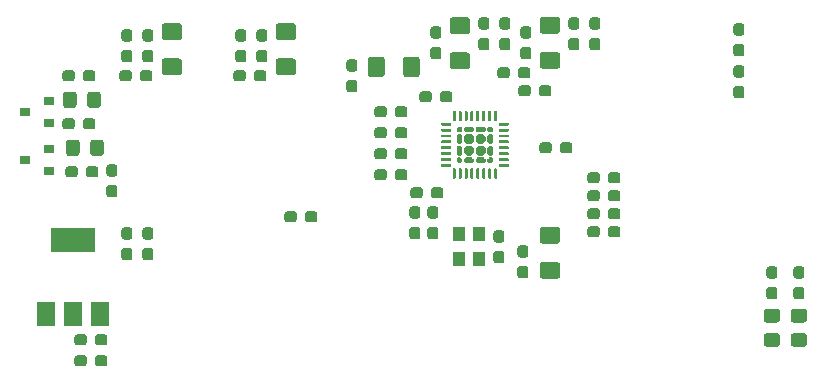
<source format=gtp>
G04 #@! TF.GenerationSoftware,KiCad,Pcbnew,(5.1.9)-1*
G04 #@! TF.CreationDate,2021-12-15T22:13:59+01:00*
G04 #@! TF.ProjectId,AudioCodecModule_WM8960,41756469-6f43-46f6-9465-634d6f64756c,rev?*
G04 #@! TF.SameCoordinates,Original*
G04 #@! TF.FileFunction,Paste,Top*
G04 #@! TF.FilePolarity,Positive*
%FSLAX46Y46*%
G04 Gerber Fmt 4.6, Leading zero omitted, Abs format (unit mm)*
G04 Created by KiCad (PCBNEW (5.1.9)-1) date 2021-12-15 22:13:59*
%MOMM*%
%LPD*%
G01*
G04 APERTURE LIST*
%ADD10R,1.100000X1.300000*%
%ADD11C,0.100000*%
%ADD12R,0.900000X0.800000*%
%ADD13R,1.500000X2.000000*%
%ADD14R,3.800000X2.000000*%
G04 APERTURE END LIST*
G36*
G01*
X185262000Y-74151500D02*
X185262000Y-73676500D01*
G75*
G02*
X185499500Y-73439000I237500J0D01*
G01*
X186074500Y-73439000D01*
G75*
G02*
X186312000Y-73676500I0J-237500D01*
G01*
X186312000Y-74151500D01*
G75*
G02*
X186074500Y-74389000I-237500J0D01*
G01*
X185499500Y-74389000D01*
G75*
G02*
X185262000Y-74151500I0J237500D01*
G01*
G37*
G36*
G01*
X183512000Y-74151500D02*
X183512000Y-73676500D01*
G75*
G02*
X183749500Y-73439000I237500J0D01*
G01*
X184324500Y-73439000D01*
G75*
G02*
X184562000Y-73676500I0J-237500D01*
G01*
X184562000Y-74151500D01*
G75*
G02*
X184324500Y-74389000I-237500J0D01*
G01*
X183749500Y-74389000D01*
G75*
G02*
X183512000Y-74151500I0J237500D01*
G01*
G37*
G36*
G01*
X187040000Y-75675500D02*
X187040000Y-75200500D01*
G75*
G02*
X187277500Y-74963000I237500J0D01*
G01*
X187852500Y-74963000D01*
G75*
G02*
X188090000Y-75200500I0J-237500D01*
G01*
X188090000Y-75675500D01*
G75*
G02*
X187852500Y-75913000I-237500J0D01*
G01*
X187277500Y-75913000D01*
G75*
G02*
X187040000Y-75675500I0J237500D01*
G01*
G37*
G36*
G01*
X185290000Y-75675500D02*
X185290000Y-75200500D01*
G75*
G02*
X185527500Y-74963000I237500J0D01*
G01*
X186102500Y-74963000D01*
G75*
G02*
X186340000Y-75200500I0J-237500D01*
G01*
X186340000Y-75675500D01*
G75*
G02*
X186102500Y-75913000I-237500J0D01*
G01*
X185527500Y-75913000D01*
G75*
G02*
X185290000Y-75675500I0J237500D01*
G01*
G37*
G36*
G01*
X192882000Y-84565500D02*
X192882000Y-84090500D01*
G75*
G02*
X193119500Y-83853000I237500J0D01*
G01*
X193694500Y-83853000D01*
G75*
G02*
X193932000Y-84090500I0J-237500D01*
G01*
X193932000Y-84565500D01*
G75*
G02*
X193694500Y-84803000I-237500J0D01*
G01*
X193119500Y-84803000D01*
G75*
G02*
X192882000Y-84565500I0J237500D01*
G01*
G37*
G36*
G01*
X191132000Y-84565500D02*
X191132000Y-84090500D01*
G75*
G02*
X191369500Y-83853000I237500J0D01*
G01*
X191944500Y-83853000D01*
G75*
G02*
X192182000Y-84090500I0J-237500D01*
G01*
X192182000Y-84565500D01*
G75*
G02*
X191944500Y-84803000I-237500J0D01*
G01*
X191369500Y-84803000D01*
G75*
G02*
X191132000Y-84565500I0J237500D01*
G01*
G37*
G36*
G01*
X192882000Y-87613500D02*
X192882000Y-87138500D01*
G75*
G02*
X193119500Y-86901000I237500J0D01*
G01*
X193694500Y-86901000D01*
G75*
G02*
X193932000Y-87138500I0J-237500D01*
G01*
X193932000Y-87613500D01*
G75*
G02*
X193694500Y-87851000I-237500J0D01*
G01*
X193119500Y-87851000D01*
G75*
G02*
X192882000Y-87613500I0J237500D01*
G01*
G37*
G36*
G01*
X191132000Y-87613500D02*
X191132000Y-87138500D01*
G75*
G02*
X191369500Y-86901000I237500J0D01*
G01*
X191944500Y-86901000D01*
G75*
G02*
X192182000Y-87138500I0J-237500D01*
G01*
X192182000Y-87613500D01*
G75*
G02*
X191944500Y-87851000I-237500J0D01*
G01*
X191369500Y-87851000D01*
G75*
G02*
X191132000Y-87613500I0J237500D01*
G01*
G37*
G36*
G01*
X192882000Y-86089500D02*
X192882000Y-85614500D01*
G75*
G02*
X193119500Y-85377000I237500J0D01*
G01*
X193694500Y-85377000D01*
G75*
G02*
X193932000Y-85614500I0J-237500D01*
G01*
X193932000Y-86089500D01*
G75*
G02*
X193694500Y-86327000I-237500J0D01*
G01*
X193119500Y-86327000D01*
G75*
G02*
X192882000Y-86089500I0J237500D01*
G01*
G37*
G36*
G01*
X191132000Y-86089500D02*
X191132000Y-85614500D01*
G75*
G02*
X191369500Y-85377000I237500J0D01*
G01*
X191944500Y-85377000D01*
G75*
G02*
X192182000Y-85614500I0J-237500D01*
G01*
X192182000Y-86089500D01*
G75*
G02*
X191944500Y-86327000I-237500J0D01*
G01*
X191369500Y-86327000D01*
G75*
G02*
X191132000Y-86089500I0J237500D01*
G01*
G37*
G36*
G01*
X192882000Y-83041500D02*
X192882000Y-82566500D01*
G75*
G02*
X193119500Y-82329000I237500J0D01*
G01*
X193694500Y-82329000D01*
G75*
G02*
X193932000Y-82566500I0J-237500D01*
G01*
X193932000Y-83041500D01*
G75*
G02*
X193694500Y-83279000I-237500J0D01*
G01*
X193119500Y-83279000D01*
G75*
G02*
X192882000Y-83041500I0J237500D01*
G01*
G37*
G36*
G01*
X191132000Y-83041500D02*
X191132000Y-82566500D01*
G75*
G02*
X191369500Y-82329000I237500J0D01*
G01*
X191944500Y-82329000D01*
G75*
G02*
X192182000Y-82566500I0J-237500D01*
G01*
X192182000Y-83041500D01*
G75*
G02*
X191944500Y-83279000I-237500J0D01*
G01*
X191369500Y-83279000D01*
G75*
G02*
X191132000Y-83041500I0J237500D01*
G01*
G37*
G36*
G01*
X176292500Y-86964000D02*
X176767500Y-86964000D01*
G75*
G02*
X177005000Y-87201500I0J-237500D01*
G01*
X177005000Y-87776500D01*
G75*
G02*
X176767500Y-88014000I-237500J0D01*
G01*
X176292500Y-88014000D01*
G75*
G02*
X176055000Y-87776500I0J237500D01*
G01*
X176055000Y-87201500D01*
G75*
G02*
X176292500Y-86964000I237500J0D01*
G01*
G37*
G36*
G01*
X176292500Y-85214000D02*
X176767500Y-85214000D01*
G75*
G02*
X177005000Y-85451500I0J-237500D01*
G01*
X177005000Y-86026500D01*
G75*
G02*
X176767500Y-86264000I-237500J0D01*
G01*
X176292500Y-86264000D01*
G75*
G02*
X176055000Y-86026500I0J237500D01*
G01*
X176055000Y-85451500D01*
G75*
G02*
X176292500Y-85214000I237500J0D01*
G01*
G37*
G36*
G01*
X183404500Y-88996000D02*
X183879500Y-88996000D01*
G75*
G02*
X184117000Y-89233500I0J-237500D01*
G01*
X184117000Y-89808500D01*
G75*
G02*
X183879500Y-90046000I-237500J0D01*
G01*
X183404500Y-90046000D01*
G75*
G02*
X183167000Y-89808500I0J237500D01*
G01*
X183167000Y-89233500D01*
G75*
G02*
X183404500Y-88996000I237500J0D01*
G01*
G37*
G36*
G01*
X183404500Y-87246000D02*
X183879500Y-87246000D01*
G75*
G02*
X184117000Y-87483500I0J-237500D01*
G01*
X184117000Y-88058500D01*
G75*
G02*
X183879500Y-88296000I-237500J0D01*
G01*
X183404500Y-88296000D01*
G75*
G02*
X183167000Y-88058500I0J237500D01*
G01*
X183167000Y-87483500D01*
G75*
G02*
X183404500Y-87246000I237500J0D01*
G01*
G37*
G36*
G01*
X177816500Y-86964000D02*
X178291500Y-86964000D01*
G75*
G02*
X178529000Y-87201500I0J-237500D01*
G01*
X178529000Y-87776500D01*
G75*
G02*
X178291500Y-88014000I-237500J0D01*
G01*
X177816500Y-88014000D01*
G75*
G02*
X177579000Y-87776500I0J237500D01*
G01*
X177579000Y-87201500D01*
G75*
G02*
X177816500Y-86964000I237500J0D01*
G01*
G37*
G36*
G01*
X177816500Y-85214000D02*
X178291500Y-85214000D01*
G75*
G02*
X178529000Y-85451500I0J-237500D01*
G01*
X178529000Y-86026500D01*
G75*
G02*
X178291500Y-86264000I-237500J0D01*
G01*
X177816500Y-86264000D01*
G75*
G02*
X177579000Y-86026500I0J237500D01*
G01*
X177579000Y-85451500D01*
G75*
G02*
X177816500Y-85214000I237500J0D01*
G01*
G37*
D10*
X180277000Y-89696000D03*
X180277000Y-87596000D03*
X181927000Y-87596000D03*
X181927000Y-89696000D03*
G36*
G01*
X153686500Y-88742000D02*
X154161500Y-88742000D01*
G75*
G02*
X154399000Y-88979500I0J-237500D01*
G01*
X154399000Y-89554500D01*
G75*
G02*
X154161500Y-89792000I-237500J0D01*
G01*
X153686500Y-89792000D01*
G75*
G02*
X153449000Y-89554500I0J237500D01*
G01*
X153449000Y-88979500D01*
G75*
G02*
X153686500Y-88742000I237500J0D01*
G01*
G37*
G36*
G01*
X153686500Y-86992000D02*
X154161500Y-86992000D01*
G75*
G02*
X154399000Y-87229500I0J-237500D01*
G01*
X154399000Y-87804500D01*
G75*
G02*
X154161500Y-88042000I-237500J0D01*
G01*
X153686500Y-88042000D01*
G75*
G02*
X153449000Y-87804500I0J237500D01*
G01*
X153449000Y-87229500D01*
G75*
G02*
X153686500Y-86992000I237500J0D01*
G01*
G37*
G36*
G01*
X151908500Y-88742000D02*
X152383500Y-88742000D01*
G75*
G02*
X152621000Y-88979500I0J-237500D01*
G01*
X152621000Y-89554500D01*
G75*
G02*
X152383500Y-89792000I-237500J0D01*
G01*
X151908500Y-89792000D01*
G75*
G02*
X151671000Y-89554500I0J237500D01*
G01*
X151671000Y-88979500D01*
G75*
G02*
X151908500Y-88742000I237500J0D01*
G01*
G37*
G36*
G01*
X151908500Y-86992000D02*
X152383500Y-86992000D01*
G75*
G02*
X152621000Y-87229500I0J-237500D01*
G01*
X152621000Y-87804500D01*
G75*
G02*
X152383500Y-88042000I-237500J0D01*
G01*
X151908500Y-88042000D01*
G75*
G02*
X151671000Y-87804500I0J237500D01*
G01*
X151671000Y-87229500D01*
G75*
G02*
X151908500Y-86992000I237500J0D01*
G01*
G37*
G36*
G01*
X187335000Y-72149000D02*
X188585000Y-72149000D01*
G75*
G02*
X188835000Y-72399000I0J-250000D01*
G01*
X188835000Y-73324000D01*
G75*
G02*
X188585000Y-73574000I-250000J0D01*
G01*
X187335000Y-73574000D01*
G75*
G02*
X187085000Y-73324000I0J250000D01*
G01*
X187085000Y-72399000D01*
G75*
G02*
X187335000Y-72149000I250000J0D01*
G01*
G37*
G36*
G01*
X187335000Y-69174000D02*
X188585000Y-69174000D01*
G75*
G02*
X188835000Y-69424000I0J-250000D01*
G01*
X188835000Y-70349000D01*
G75*
G02*
X188585000Y-70599000I-250000J0D01*
G01*
X187335000Y-70599000D01*
G75*
G02*
X187085000Y-70349000I0J250000D01*
G01*
X187085000Y-69424000D01*
G75*
G02*
X187335000Y-69174000I250000J0D01*
G01*
G37*
G36*
G01*
X187335000Y-89929000D02*
X188585000Y-89929000D01*
G75*
G02*
X188835000Y-90179000I0J-250000D01*
G01*
X188835000Y-91104000D01*
G75*
G02*
X188585000Y-91354000I-250000J0D01*
G01*
X187335000Y-91354000D01*
G75*
G02*
X187085000Y-91104000I0J250000D01*
G01*
X187085000Y-90179000D01*
G75*
G02*
X187335000Y-89929000I250000J0D01*
G01*
G37*
G36*
G01*
X187335000Y-86954000D02*
X188585000Y-86954000D01*
G75*
G02*
X188835000Y-87204000I0J-250000D01*
G01*
X188835000Y-88129000D01*
G75*
G02*
X188585000Y-88379000I-250000J0D01*
G01*
X187335000Y-88379000D01*
G75*
G02*
X187085000Y-88129000I0J250000D01*
G01*
X187085000Y-87204000D01*
G75*
G02*
X187335000Y-86954000I250000J0D01*
G01*
G37*
G36*
G01*
X170958500Y-74518000D02*
X171433500Y-74518000D01*
G75*
G02*
X171671000Y-74755500I0J-237500D01*
G01*
X171671000Y-75330500D01*
G75*
G02*
X171433500Y-75568000I-237500J0D01*
G01*
X170958500Y-75568000D01*
G75*
G02*
X170721000Y-75330500I0J237500D01*
G01*
X170721000Y-74755500D01*
G75*
G02*
X170958500Y-74518000I237500J0D01*
G01*
G37*
G36*
G01*
X170958500Y-72768000D02*
X171433500Y-72768000D01*
G75*
G02*
X171671000Y-73005500I0J-237500D01*
G01*
X171671000Y-73580500D01*
G75*
G02*
X171433500Y-73818000I-237500J0D01*
G01*
X170958500Y-73818000D01*
G75*
G02*
X170721000Y-73580500I0J237500D01*
G01*
X170721000Y-73005500D01*
G75*
G02*
X170958500Y-72768000I237500J0D01*
G01*
G37*
G36*
G01*
X184387500Y-70262000D02*
X183912500Y-70262000D01*
G75*
G02*
X183675000Y-70024500I0J237500D01*
G01*
X183675000Y-69449500D01*
G75*
G02*
X183912500Y-69212000I237500J0D01*
G01*
X184387500Y-69212000D01*
G75*
G02*
X184625000Y-69449500I0J-237500D01*
G01*
X184625000Y-70024500D01*
G75*
G02*
X184387500Y-70262000I-237500J0D01*
G01*
G37*
G36*
G01*
X184387500Y-72012000D02*
X183912500Y-72012000D01*
G75*
G02*
X183675000Y-71774500I0J237500D01*
G01*
X183675000Y-71199500D01*
G75*
G02*
X183912500Y-70962000I237500J0D01*
G01*
X184387500Y-70962000D01*
G75*
G02*
X184625000Y-71199500I0J-237500D01*
G01*
X184625000Y-71774500D01*
G75*
G02*
X184387500Y-72012000I-237500J0D01*
G01*
G37*
G36*
G01*
X189754500Y-70962000D02*
X190229500Y-70962000D01*
G75*
G02*
X190467000Y-71199500I0J-237500D01*
G01*
X190467000Y-71774500D01*
G75*
G02*
X190229500Y-72012000I-237500J0D01*
G01*
X189754500Y-72012000D01*
G75*
G02*
X189517000Y-71774500I0J237500D01*
G01*
X189517000Y-71199500D01*
G75*
G02*
X189754500Y-70962000I237500J0D01*
G01*
G37*
G36*
G01*
X189754500Y-69212000D02*
X190229500Y-69212000D01*
G75*
G02*
X190467000Y-69449500I0J-237500D01*
G01*
X190467000Y-70024500D01*
G75*
G02*
X190229500Y-70262000I-237500J0D01*
G01*
X189754500Y-70262000D01*
G75*
G02*
X189517000Y-70024500I0J237500D01*
G01*
X189517000Y-69449500D01*
G75*
G02*
X189754500Y-69212000I237500J0D01*
G01*
G37*
G36*
G01*
X163338500Y-71978000D02*
X163813500Y-71978000D01*
G75*
G02*
X164051000Y-72215500I0J-237500D01*
G01*
X164051000Y-72790500D01*
G75*
G02*
X163813500Y-73028000I-237500J0D01*
G01*
X163338500Y-73028000D01*
G75*
G02*
X163101000Y-72790500I0J237500D01*
G01*
X163101000Y-72215500D01*
G75*
G02*
X163338500Y-71978000I237500J0D01*
G01*
G37*
G36*
G01*
X163338500Y-70228000D02*
X163813500Y-70228000D01*
G75*
G02*
X164051000Y-70465500I0J-237500D01*
G01*
X164051000Y-71040500D01*
G75*
G02*
X163813500Y-71278000I-237500J0D01*
G01*
X163338500Y-71278000D01*
G75*
G02*
X163101000Y-71040500I0J237500D01*
G01*
X163101000Y-70465500D01*
G75*
G02*
X163338500Y-70228000I237500J0D01*
G01*
G37*
G36*
G01*
X176908000Y-76183500D02*
X176908000Y-75708500D01*
G75*
G02*
X177145500Y-75471000I237500J0D01*
G01*
X177720500Y-75471000D01*
G75*
G02*
X177958000Y-75708500I0J-237500D01*
G01*
X177958000Y-76183500D01*
G75*
G02*
X177720500Y-76421000I-237500J0D01*
G01*
X177145500Y-76421000D01*
G75*
G02*
X176908000Y-76183500I0J237500D01*
G01*
G37*
G36*
G01*
X178658000Y-76183500D02*
X178658000Y-75708500D01*
G75*
G02*
X178895500Y-75471000I237500J0D01*
G01*
X179470500Y-75471000D01*
G75*
G02*
X179708000Y-75708500I0J-237500D01*
G01*
X179708000Y-76183500D01*
G75*
G02*
X179470500Y-76421000I-237500J0D01*
G01*
X178895500Y-76421000D01*
G75*
G02*
X178658000Y-76183500I0J237500D01*
G01*
G37*
G36*
G01*
X177896000Y-84311500D02*
X177896000Y-83836500D01*
G75*
G02*
X178133500Y-83599000I237500J0D01*
G01*
X178708500Y-83599000D01*
G75*
G02*
X178946000Y-83836500I0J-237500D01*
G01*
X178946000Y-84311500D01*
G75*
G02*
X178708500Y-84549000I-237500J0D01*
G01*
X178133500Y-84549000D01*
G75*
G02*
X177896000Y-84311500I0J237500D01*
G01*
G37*
G36*
G01*
X176146000Y-84311500D02*
X176146000Y-83836500D01*
G75*
G02*
X176383500Y-83599000I237500J0D01*
G01*
X176958500Y-83599000D01*
G75*
G02*
X177196000Y-83836500I0J-237500D01*
G01*
X177196000Y-84311500D01*
G75*
G02*
X176958500Y-84549000I-237500J0D01*
G01*
X176383500Y-84549000D01*
G75*
G02*
X176146000Y-84311500I0J237500D01*
G01*
G37*
G36*
G01*
X185436500Y-90266000D02*
X185911500Y-90266000D01*
G75*
G02*
X186149000Y-90503500I0J-237500D01*
G01*
X186149000Y-91078500D01*
G75*
G02*
X185911500Y-91316000I-237500J0D01*
G01*
X185436500Y-91316000D01*
G75*
G02*
X185199000Y-91078500I0J237500D01*
G01*
X185199000Y-90503500D01*
G75*
G02*
X185436500Y-90266000I237500J0D01*
G01*
G37*
G36*
G01*
X185436500Y-88516000D02*
X185911500Y-88516000D01*
G75*
G02*
X186149000Y-88753500I0J-237500D01*
G01*
X186149000Y-89328500D01*
G75*
G02*
X185911500Y-89566000I-237500J0D01*
G01*
X185436500Y-89566000D01*
G75*
G02*
X185199000Y-89328500I0J237500D01*
G01*
X185199000Y-88753500D01*
G75*
G02*
X185436500Y-88516000I237500J0D01*
G01*
G37*
G36*
G01*
X162035500Y-71278000D02*
X161560500Y-71278000D01*
G75*
G02*
X161323000Y-71040500I0J237500D01*
G01*
X161323000Y-70465500D01*
G75*
G02*
X161560500Y-70228000I237500J0D01*
G01*
X162035500Y-70228000D01*
G75*
G02*
X162273000Y-70465500I0J-237500D01*
G01*
X162273000Y-71040500D01*
G75*
G02*
X162035500Y-71278000I-237500J0D01*
G01*
G37*
G36*
G01*
X162035500Y-73028000D02*
X161560500Y-73028000D01*
G75*
G02*
X161323000Y-72790500I0J237500D01*
G01*
X161323000Y-72215500D01*
G75*
G02*
X161560500Y-71978000I237500J0D01*
G01*
X162035500Y-71978000D01*
G75*
G02*
X162273000Y-72215500I0J-237500D01*
G01*
X162273000Y-72790500D01*
G75*
G02*
X162035500Y-73028000I-237500J0D01*
G01*
G37*
G36*
G01*
X152383500Y-71278000D02*
X151908500Y-71278000D01*
G75*
G02*
X151671000Y-71040500I0J237500D01*
G01*
X151671000Y-70465500D01*
G75*
G02*
X151908500Y-70228000I237500J0D01*
G01*
X152383500Y-70228000D01*
G75*
G02*
X152621000Y-70465500I0J-237500D01*
G01*
X152621000Y-71040500D01*
G75*
G02*
X152383500Y-71278000I-237500J0D01*
G01*
G37*
G36*
G01*
X152383500Y-73028000D02*
X151908500Y-73028000D01*
G75*
G02*
X151671000Y-72790500I0J237500D01*
G01*
X151671000Y-72215500D01*
G75*
G02*
X151908500Y-71978000I237500J0D01*
G01*
X152383500Y-71978000D01*
G75*
G02*
X152621000Y-72215500I0J-237500D01*
G01*
X152621000Y-72790500D01*
G75*
G02*
X152383500Y-73028000I-237500J0D01*
G01*
G37*
G36*
G01*
X155331000Y-72693500D02*
X156581000Y-72693500D01*
G75*
G02*
X156831000Y-72943500I0J-250000D01*
G01*
X156831000Y-73868500D01*
G75*
G02*
X156581000Y-74118500I-250000J0D01*
G01*
X155331000Y-74118500D01*
G75*
G02*
X155081000Y-73868500I0J250000D01*
G01*
X155081000Y-72943500D01*
G75*
G02*
X155331000Y-72693500I250000J0D01*
G01*
G37*
G36*
G01*
X155331000Y-69718500D02*
X156581000Y-69718500D01*
G75*
G02*
X156831000Y-69968500I0J-250000D01*
G01*
X156831000Y-70893500D01*
G75*
G02*
X156581000Y-71143500I-250000J0D01*
G01*
X155331000Y-71143500D01*
G75*
G02*
X155081000Y-70893500I0J250000D01*
G01*
X155081000Y-69968500D01*
G75*
G02*
X155331000Y-69718500I250000J0D01*
G01*
G37*
G36*
G01*
X173977000Y-72781000D02*
X173977000Y-74031000D01*
G75*
G02*
X173727000Y-74281000I-250000J0D01*
G01*
X172802000Y-74281000D01*
G75*
G02*
X172552000Y-74031000I0J250000D01*
G01*
X172552000Y-72781000D01*
G75*
G02*
X172802000Y-72531000I250000J0D01*
G01*
X173727000Y-72531000D01*
G75*
G02*
X173977000Y-72781000I0J-250000D01*
G01*
G37*
G36*
G01*
X176952000Y-72781000D02*
X176952000Y-74031000D01*
G75*
G02*
X176702000Y-74281000I-250000J0D01*
G01*
X175777000Y-74281000D01*
G75*
G02*
X175527000Y-74031000I0J250000D01*
G01*
X175527000Y-72781000D01*
G75*
G02*
X175777000Y-72531000I250000J0D01*
G01*
X176702000Y-72531000D01*
G75*
G02*
X176952000Y-72781000I0J-250000D01*
G01*
G37*
G36*
G01*
X179715000Y-72185500D02*
X180965000Y-72185500D01*
G75*
G02*
X181215000Y-72435500I0J-250000D01*
G01*
X181215000Y-73360500D01*
G75*
G02*
X180965000Y-73610500I-250000J0D01*
G01*
X179715000Y-73610500D01*
G75*
G02*
X179465000Y-73360500I0J250000D01*
G01*
X179465000Y-72435500D01*
G75*
G02*
X179715000Y-72185500I250000J0D01*
G01*
G37*
G36*
G01*
X179715000Y-69210500D02*
X180965000Y-69210500D01*
G75*
G02*
X181215000Y-69460500I0J-250000D01*
G01*
X181215000Y-70385500D01*
G75*
G02*
X180965000Y-70635500I-250000J0D01*
G01*
X179715000Y-70635500D01*
G75*
G02*
X179465000Y-70385500I0J250000D01*
G01*
X179465000Y-69460500D01*
G75*
G02*
X179715000Y-69210500I250000J0D01*
G01*
G37*
G36*
G01*
X164983000Y-72693500D02*
X166233000Y-72693500D01*
G75*
G02*
X166483000Y-72943500I0J-250000D01*
G01*
X166483000Y-73868500D01*
G75*
G02*
X166233000Y-74118500I-250000J0D01*
G01*
X164983000Y-74118500D01*
G75*
G02*
X164733000Y-73868500I0J250000D01*
G01*
X164733000Y-72943500D01*
G75*
G02*
X164983000Y-72693500I250000J0D01*
G01*
G37*
G36*
G01*
X164983000Y-69718500D02*
X166233000Y-69718500D01*
G75*
G02*
X166483000Y-69968500I0J-250000D01*
G01*
X166483000Y-70893500D01*
G75*
G02*
X166233000Y-71143500I-250000J0D01*
G01*
X164983000Y-71143500D01*
G75*
G02*
X164733000Y-70893500I0J250000D01*
G01*
X164733000Y-69968500D01*
G75*
G02*
X164983000Y-69718500I250000J0D01*
G01*
G37*
G36*
G01*
X153258000Y-74405500D02*
X153258000Y-73930500D01*
G75*
G02*
X153495500Y-73693000I237500J0D01*
G01*
X154070500Y-73693000D01*
G75*
G02*
X154308000Y-73930500I0J-237500D01*
G01*
X154308000Y-74405500D01*
G75*
G02*
X154070500Y-74643000I-237500J0D01*
G01*
X153495500Y-74643000D01*
G75*
G02*
X153258000Y-74405500I0J237500D01*
G01*
G37*
G36*
G01*
X151508000Y-74405500D02*
X151508000Y-73930500D01*
G75*
G02*
X151745500Y-73693000I237500J0D01*
G01*
X152320500Y-73693000D01*
G75*
G02*
X152558000Y-73930500I0J-237500D01*
G01*
X152558000Y-74405500D01*
G75*
G02*
X152320500Y-74643000I-237500J0D01*
G01*
X151745500Y-74643000D01*
G75*
G02*
X151508000Y-74405500I0J237500D01*
G01*
G37*
G36*
G01*
X192007500Y-70262000D02*
X191532500Y-70262000D01*
G75*
G02*
X191295000Y-70024500I0J237500D01*
G01*
X191295000Y-69449500D01*
G75*
G02*
X191532500Y-69212000I237500J0D01*
G01*
X192007500Y-69212000D01*
G75*
G02*
X192245000Y-69449500I0J-237500D01*
G01*
X192245000Y-70024500D01*
G75*
G02*
X192007500Y-70262000I-237500J0D01*
G01*
G37*
G36*
G01*
X192007500Y-72012000D02*
X191532500Y-72012000D01*
G75*
G02*
X191295000Y-71774500I0J237500D01*
G01*
X191295000Y-71199500D01*
G75*
G02*
X191532500Y-70962000I237500J0D01*
G01*
X192007500Y-70962000D01*
G75*
G02*
X192245000Y-71199500I0J-237500D01*
G01*
X192245000Y-71774500D01*
G75*
G02*
X192007500Y-72012000I-237500J0D01*
G01*
G37*
G36*
G01*
X162910000Y-74405500D02*
X162910000Y-73930500D01*
G75*
G02*
X163147500Y-73693000I237500J0D01*
G01*
X163722500Y-73693000D01*
G75*
G02*
X163960000Y-73930500I0J-237500D01*
G01*
X163960000Y-74405500D01*
G75*
G02*
X163722500Y-74643000I-237500J0D01*
G01*
X163147500Y-74643000D01*
G75*
G02*
X162910000Y-74405500I0J237500D01*
G01*
G37*
G36*
G01*
X161160000Y-74405500D02*
X161160000Y-73930500D01*
G75*
G02*
X161397500Y-73693000I237500J0D01*
G01*
X161972500Y-73693000D01*
G75*
G02*
X162210000Y-73930500I0J-237500D01*
G01*
X162210000Y-74405500D01*
G75*
G02*
X161972500Y-74643000I-237500J0D01*
G01*
X161397500Y-74643000D01*
G75*
G02*
X161160000Y-74405500I0J237500D01*
G01*
G37*
G36*
G01*
X182134500Y-70962000D02*
X182609500Y-70962000D01*
G75*
G02*
X182847000Y-71199500I0J-237500D01*
G01*
X182847000Y-71774500D01*
G75*
G02*
X182609500Y-72012000I-237500J0D01*
G01*
X182134500Y-72012000D01*
G75*
G02*
X181897000Y-71774500I0J237500D01*
G01*
X181897000Y-71199500D01*
G75*
G02*
X182134500Y-70962000I237500J0D01*
G01*
G37*
G36*
G01*
X182134500Y-69212000D02*
X182609500Y-69212000D01*
G75*
G02*
X182847000Y-69449500I0J-237500D01*
G01*
X182847000Y-70024500D01*
G75*
G02*
X182609500Y-70262000I-237500J0D01*
G01*
X182134500Y-70262000D01*
G75*
G02*
X181897000Y-70024500I0J237500D01*
G01*
X181897000Y-69449500D01*
G75*
G02*
X182134500Y-69212000I237500J0D01*
G01*
G37*
G36*
G01*
X153686500Y-71978000D02*
X154161500Y-71978000D01*
G75*
G02*
X154399000Y-72215500I0J-237500D01*
G01*
X154399000Y-72790500D01*
G75*
G02*
X154161500Y-73028000I-237500J0D01*
G01*
X153686500Y-73028000D01*
G75*
G02*
X153449000Y-72790500I0J237500D01*
G01*
X153449000Y-72215500D01*
G75*
G02*
X153686500Y-71978000I237500J0D01*
G01*
G37*
G36*
G01*
X153686500Y-70228000D02*
X154161500Y-70228000D01*
G75*
G02*
X154399000Y-70465500I0J-237500D01*
G01*
X154399000Y-71040500D01*
G75*
G02*
X154161500Y-71278000I-237500J0D01*
G01*
X153686500Y-71278000D01*
G75*
G02*
X153449000Y-71040500I0J237500D01*
G01*
X153449000Y-70465500D01*
G75*
G02*
X153686500Y-70228000I237500J0D01*
G01*
G37*
G36*
G01*
X178735000Y-78322500D02*
X178735000Y-78197500D01*
G75*
G02*
X178797500Y-78135000I62500J0D01*
G01*
X179547500Y-78135000D01*
G75*
G02*
X179610000Y-78197500I0J-62500D01*
G01*
X179610000Y-78322500D01*
G75*
G02*
X179547500Y-78385000I-62500J0D01*
G01*
X178797500Y-78385000D01*
G75*
G02*
X178735000Y-78322500I0J62500D01*
G01*
G37*
G36*
G01*
X178735000Y-78822500D02*
X178735000Y-78697500D01*
G75*
G02*
X178797500Y-78635000I62500J0D01*
G01*
X179547500Y-78635000D01*
G75*
G02*
X179610000Y-78697500I0J-62500D01*
G01*
X179610000Y-78822500D01*
G75*
G02*
X179547500Y-78885000I-62500J0D01*
G01*
X178797500Y-78885000D01*
G75*
G02*
X178735000Y-78822500I0J62500D01*
G01*
G37*
G36*
G01*
X178735000Y-79322500D02*
X178735000Y-79197500D01*
G75*
G02*
X178797500Y-79135000I62500J0D01*
G01*
X179547500Y-79135000D01*
G75*
G02*
X179610000Y-79197500I0J-62500D01*
G01*
X179610000Y-79322500D01*
G75*
G02*
X179547500Y-79385000I-62500J0D01*
G01*
X178797500Y-79385000D01*
G75*
G02*
X178735000Y-79322500I0J62500D01*
G01*
G37*
G36*
G01*
X178735000Y-79822500D02*
X178735000Y-79697500D01*
G75*
G02*
X178797500Y-79635000I62500J0D01*
G01*
X179547500Y-79635000D01*
G75*
G02*
X179610000Y-79697500I0J-62500D01*
G01*
X179610000Y-79822500D01*
G75*
G02*
X179547500Y-79885000I-62500J0D01*
G01*
X178797500Y-79885000D01*
G75*
G02*
X178735000Y-79822500I0J62500D01*
G01*
G37*
G36*
G01*
X178735000Y-80322500D02*
X178735000Y-80197500D01*
G75*
G02*
X178797500Y-80135000I62500J0D01*
G01*
X179547500Y-80135000D01*
G75*
G02*
X179610000Y-80197500I0J-62500D01*
G01*
X179610000Y-80322500D01*
G75*
G02*
X179547500Y-80385000I-62500J0D01*
G01*
X178797500Y-80385000D01*
G75*
G02*
X178735000Y-80322500I0J62500D01*
G01*
G37*
G36*
G01*
X178735000Y-80822500D02*
X178735000Y-80697500D01*
G75*
G02*
X178797500Y-80635000I62500J0D01*
G01*
X179547500Y-80635000D01*
G75*
G02*
X179610000Y-80697500I0J-62500D01*
G01*
X179610000Y-80822500D01*
G75*
G02*
X179547500Y-80885000I-62500J0D01*
G01*
X178797500Y-80885000D01*
G75*
G02*
X178735000Y-80822500I0J62500D01*
G01*
G37*
G36*
G01*
X178735000Y-81322500D02*
X178735000Y-81197500D01*
G75*
G02*
X178797500Y-81135000I62500J0D01*
G01*
X179547500Y-81135000D01*
G75*
G02*
X179610000Y-81197500I0J-62500D01*
G01*
X179610000Y-81322500D01*
G75*
G02*
X179547500Y-81385000I-62500J0D01*
G01*
X178797500Y-81385000D01*
G75*
G02*
X178735000Y-81322500I0J62500D01*
G01*
G37*
G36*
G01*
X178735000Y-81822500D02*
X178735000Y-81697500D01*
G75*
G02*
X178797500Y-81635000I62500J0D01*
G01*
X179547500Y-81635000D01*
G75*
G02*
X179610000Y-81697500I0J-62500D01*
G01*
X179610000Y-81822500D01*
G75*
G02*
X179547500Y-81885000I-62500J0D01*
G01*
X178797500Y-81885000D01*
G75*
G02*
X178735000Y-81822500I0J62500D01*
G01*
G37*
G36*
G01*
X179735000Y-82822500D02*
X179735000Y-82072500D01*
G75*
G02*
X179797500Y-82010000I62500J0D01*
G01*
X179922500Y-82010000D01*
G75*
G02*
X179985000Y-82072500I0J-62500D01*
G01*
X179985000Y-82822500D01*
G75*
G02*
X179922500Y-82885000I-62500J0D01*
G01*
X179797500Y-82885000D01*
G75*
G02*
X179735000Y-82822500I0J62500D01*
G01*
G37*
G36*
G01*
X180235000Y-82822500D02*
X180235000Y-82072500D01*
G75*
G02*
X180297500Y-82010000I62500J0D01*
G01*
X180422500Y-82010000D01*
G75*
G02*
X180485000Y-82072500I0J-62500D01*
G01*
X180485000Y-82822500D01*
G75*
G02*
X180422500Y-82885000I-62500J0D01*
G01*
X180297500Y-82885000D01*
G75*
G02*
X180235000Y-82822500I0J62500D01*
G01*
G37*
G36*
G01*
X180735000Y-82822500D02*
X180735000Y-82072500D01*
G75*
G02*
X180797500Y-82010000I62500J0D01*
G01*
X180922500Y-82010000D01*
G75*
G02*
X180985000Y-82072500I0J-62500D01*
G01*
X180985000Y-82822500D01*
G75*
G02*
X180922500Y-82885000I-62500J0D01*
G01*
X180797500Y-82885000D01*
G75*
G02*
X180735000Y-82822500I0J62500D01*
G01*
G37*
G36*
G01*
X181235000Y-82822500D02*
X181235000Y-82072500D01*
G75*
G02*
X181297500Y-82010000I62500J0D01*
G01*
X181422500Y-82010000D01*
G75*
G02*
X181485000Y-82072500I0J-62500D01*
G01*
X181485000Y-82822500D01*
G75*
G02*
X181422500Y-82885000I-62500J0D01*
G01*
X181297500Y-82885000D01*
G75*
G02*
X181235000Y-82822500I0J62500D01*
G01*
G37*
G36*
G01*
X181735000Y-82822500D02*
X181735000Y-82072500D01*
G75*
G02*
X181797500Y-82010000I62500J0D01*
G01*
X181922500Y-82010000D01*
G75*
G02*
X181985000Y-82072500I0J-62500D01*
G01*
X181985000Y-82822500D01*
G75*
G02*
X181922500Y-82885000I-62500J0D01*
G01*
X181797500Y-82885000D01*
G75*
G02*
X181735000Y-82822500I0J62500D01*
G01*
G37*
G36*
G01*
X182235000Y-82822500D02*
X182235000Y-82072500D01*
G75*
G02*
X182297500Y-82010000I62500J0D01*
G01*
X182422500Y-82010000D01*
G75*
G02*
X182485000Y-82072500I0J-62500D01*
G01*
X182485000Y-82822500D01*
G75*
G02*
X182422500Y-82885000I-62500J0D01*
G01*
X182297500Y-82885000D01*
G75*
G02*
X182235000Y-82822500I0J62500D01*
G01*
G37*
G36*
G01*
X182735000Y-82822500D02*
X182735000Y-82072500D01*
G75*
G02*
X182797500Y-82010000I62500J0D01*
G01*
X182922500Y-82010000D01*
G75*
G02*
X182985000Y-82072500I0J-62500D01*
G01*
X182985000Y-82822500D01*
G75*
G02*
X182922500Y-82885000I-62500J0D01*
G01*
X182797500Y-82885000D01*
G75*
G02*
X182735000Y-82822500I0J62500D01*
G01*
G37*
G36*
G01*
X183235000Y-82822500D02*
X183235000Y-82072500D01*
G75*
G02*
X183297500Y-82010000I62500J0D01*
G01*
X183422500Y-82010000D01*
G75*
G02*
X183485000Y-82072500I0J-62500D01*
G01*
X183485000Y-82822500D01*
G75*
G02*
X183422500Y-82885000I-62500J0D01*
G01*
X183297500Y-82885000D01*
G75*
G02*
X183235000Y-82822500I0J62500D01*
G01*
G37*
G36*
G01*
X183610000Y-81822500D02*
X183610000Y-81697500D01*
G75*
G02*
X183672500Y-81635000I62500J0D01*
G01*
X184422500Y-81635000D01*
G75*
G02*
X184485000Y-81697500I0J-62500D01*
G01*
X184485000Y-81822500D01*
G75*
G02*
X184422500Y-81885000I-62500J0D01*
G01*
X183672500Y-81885000D01*
G75*
G02*
X183610000Y-81822500I0J62500D01*
G01*
G37*
G36*
G01*
X183610000Y-81322500D02*
X183610000Y-81197500D01*
G75*
G02*
X183672500Y-81135000I62500J0D01*
G01*
X184422500Y-81135000D01*
G75*
G02*
X184485000Y-81197500I0J-62500D01*
G01*
X184485000Y-81322500D01*
G75*
G02*
X184422500Y-81385000I-62500J0D01*
G01*
X183672500Y-81385000D01*
G75*
G02*
X183610000Y-81322500I0J62500D01*
G01*
G37*
G36*
G01*
X183610000Y-80822500D02*
X183610000Y-80697500D01*
G75*
G02*
X183672500Y-80635000I62500J0D01*
G01*
X184422500Y-80635000D01*
G75*
G02*
X184485000Y-80697500I0J-62500D01*
G01*
X184485000Y-80822500D01*
G75*
G02*
X184422500Y-80885000I-62500J0D01*
G01*
X183672500Y-80885000D01*
G75*
G02*
X183610000Y-80822500I0J62500D01*
G01*
G37*
G36*
G01*
X183610000Y-80322500D02*
X183610000Y-80197500D01*
G75*
G02*
X183672500Y-80135000I62500J0D01*
G01*
X184422500Y-80135000D01*
G75*
G02*
X184485000Y-80197500I0J-62500D01*
G01*
X184485000Y-80322500D01*
G75*
G02*
X184422500Y-80385000I-62500J0D01*
G01*
X183672500Y-80385000D01*
G75*
G02*
X183610000Y-80322500I0J62500D01*
G01*
G37*
G36*
G01*
X183610000Y-79822500D02*
X183610000Y-79697500D01*
G75*
G02*
X183672500Y-79635000I62500J0D01*
G01*
X184422500Y-79635000D01*
G75*
G02*
X184485000Y-79697500I0J-62500D01*
G01*
X184485000Y-79822500D01*
G75*
G02*
X184422500Y-79885000I-62500J0D01*
G01*
X183672500Y-79885000D01*
G75*
G02*
X183610000Y-79822500I0J62500D01*
G01*
G37*
G36*
G01*
X183610000Y-79322500D02*
X183610000Y-79197500D01*
G75*
G02*
X183672500Y-79135000I62500J0D01*
G01*
X184422500Y-79135000D01*
G75*
G02*
X184485000Y-79197500I0J-62500D01*
G01*
X184485000Y-79322500D01*
G75*
G02*
X184422500Y-79385000I-62500J0D01*
G01*
X183672500Y-79385000D01*
G75*
G02*
X183610000Y-79322500I0J62500D01*
G01*
G37*
G36*
G01*
X183610000Y-78822500D02*
X183610000Y-78697500D01*
G75*
G02*
X183672500Y-78635000I62500J0D01*
G01*
X184422500Y-78635000D01*
G75*
G02*
X184485000Y-78697500I0J-62500D01*
G01*
X184485000Y-78822500D01*
G75*
G02*
X184422500Y-78885000I-62500J0D01*
G01*
X183672500Y-78885000D01*
G75*
G02*
X183610000Y-78822500I0J62500D01*
G01*
G37*
G36*
G01*
X183610000Y-78322500D02*
X183610000Y-78197500D01*
G75*
G02*
X183672500Y-78135000I62500J0D01*
G01*
X184422500Y-78135000D01*
G75*
G02*
X184485000Y-78197500I0J-62500D01*
G01*
X184485000Y-78322500D01*
G75*
G02*
X184422500Y-78385000I-62500J0D01*
G01*
X183672500Y-78385000D01*
G75*
G02*
X183610000Y-78322500I0J62500D01*
G01*
G37*
G36*
G01*
X183235000Y-77947500D02*
X183235000Y-77197500D01*
G75*
G02*
X183297500Y-77135000I62500J0D01*
G01*
X183422500Y-77135000D01*
G75*
G02*
X183485000Y-77197500I0J-62500D01*
G01*
X183485000Y-77947500D01*
G75*
G02*
X183422500Y-78010000I-62500J0D01*
G01*
X183297500Y-78010000D01*
G75*
G02*
X183235000Y-77947500I0J62500D01*
G01*
G37*
G36*
G01*
X182735000Y-77947500D02*
X182735000Y-77197500D01*
G75*
G02*
X182797500Y-77135000I62500J0D01*
G01*
X182922500Y-77135000D01*
G75*
G02*
X182985000Y-77197500I0J-62500D01*
G01*
X182985000Y-77947500D01*
G75*
G02*
X182922500Y-78010000I-62500J0D01*
G01*
X182797500Y-78010000D01*
G75*
G02*
X182735000Y-77947500I0J62500D01*
G01*
G37*
G36*
G01*
X182235000Y-77947500D02*
X182235000Y-77197500D01*
G75*
G02*
X182297500Y-77135000I62500J0D01*
G01*
X182422500Y-77135000D01*
G75*
G02*
X182485000Y-77197500I0J-62500D01*
G01*
X182485000Y-77947500D01*
G75*
G02*
X182422500Y-78010000I-62500J0D01*
G01*
X182297500Y-78010000D01*
G75*
G02*
X182235000Y-77947500I0J62500D01*
G01*
G37*
G36*
G01*
X181735000Y-77947500D02*
X181735000Y-77197500D01*
G75*
G02*
X181797500Y-77135000I62500J0D01*
G01*
X181922500Y-77135000D01*
G75*
G02*
X181985000Y-77197500I0J-62500D01*
G01*
X181985000Y-77947500D01*
G75*
G02*
X181922500Y-78010000I-62500J0D01*
G01*
X181797500Y-78010000D01*
G75*
G02*
X181735000Y-77947500I0J62500D01*
G01*
G37*
G36*
G01*
X181235000Y-77947500D02*
X181235000Y-77197500D01*
G75*
G02*
X181297500Y-77135000I62500J0D01*
G01*
X181422500Y-77135000D01*
G75*
G02*
X181485000Y-77197500I0J-62500D01*
G01*
X181485000Y-77947500D01*
G75*
G02*
X181422500Y-78010000I-62500J0D01*
G01*
X181297500Y-78010000D01*
G75*
G02*
X181235000Y-77947500I0J62500D01*
G01*
G37*
G36*
G01*
X180735000Y-77947500D02*
X180735000Y-77197500D01*
G75*
G02*
X180797500Y-77135000I62500J0D01*
G01*
X180922500Y-77135000D01*
G75*
G02*
X180985000Y-77197500I0J-62500D01*
G01*
X180985000Y-77947500D01*
G75*
G02*
X180922500Y-78010000I-62500J0D01*
G01*
X180797500Y-78010000D01*
G75*
G02*
X180735000Y-77947500I0J62500D01*
G01*
G37*
G36*
G01*
X180235000Y-77947500D02*
X180235000Y-77197500D01*
G75*
G02*
X180297500Y-77135000I62500J0D01*
G01*
X180422500Y-77135000D01*
G75*
G02*
X180485000Y-77197500I0J-62500D01*
G01*
X180485000Y-77947500D01*
G75*
G02*
X180422500Y-78010000I-62500J0D01*
G01*
X180297500Y-78010000D01*
G75*
G02*
X180235000Y-77947500I0J62500D01*
G01*
G37*
G36*
G01*
X179735000Y-77947500D02*
X179735000Y-77197500D01*
G75*
G02*
X179797500Y-77135000I62500J0D01*
G01*
X179922500Y-77135000D01*
G75*
G02*
X179985000Y-77197500I0J-62500D01*
G01*
X179985000Y-77947500D01*
G75*
G02*
X179922500Y-78010000I-62500J0D01*
G01*
X179797500Y-78010000D01*
G75*
G02*
X179735000Y-77947500I0J62500D01*
G01*
G37*
G36*
G01*
X180706887Y-79711557D02*
X180706887Y-79308443D01*
G75*
G02*
X180908443Y-79106887I201556J0D01*
G01*
X181311557Y-79106887D01*
G75*
G02*
X181513113Y-79308443I0J-201556D01*
G01*
X181513113Y-79711557D01*
G75*
G02*
X181311557Y-79913113I-201556J0D01*
G01*
X180908443Y-79913113D01*
G75*
G02*
X180706887Y-79711557I0J201556D01*
G01*
G37*
G36*
G01*
X180706887Y-80711557D02*
X180706887Y-80308443D01*
G75*
G02*
X180908443Y-80106887I201556J0D01*
G01*
X181311557Y-80106887D01*
G75*
G02*
X181513113Y-80308443I0J-201556D01*
G01*
X181513113Y-80711557D01*
G75*
G02*
X181311557Y-80913113I-201556J0D01*
G01*
X180908443Y-80913113D01*
G75*
G02*
X180706887Y-80711557I0J201556D01*
G01*
G37*
G36*
G01*
X181706887Y-79711557D02*
X181706887Y-79308443D01*
G75*
G02*
X181908443Y-79106887I201556J0D01*
G01*
X182311557Y-79106887D01*
G75*
G02*
X182513113Y-79308443I0J-201556D01*
G01*
X182513113Y-79711557D01*
G75*
G02*
X182311557Y-79913113I-201556J0D01*
G01*
X181908443Y-79913113D01*
G75*
G02*
X181706887Y-79711557I0J201556D01*
G01*
G37*
G36*
G01*
X181706887Y-80711557D02*
X181706887Y-80308443D01*
G75*
G02*
X181908443Y-80106887I201556J0D01*
G01*
X182311557Y-80106887D01*
G75*
G02*
X182513113Y-80308443I0J-201556D01*
G01*
X182513113Y-80711557D01*
G75*
G02*
X182311557Y-80913113I-201556J0D01*
G01*
X181908443Y-80913113D01*
G75*
G02*
X181706887Y-80711557I0J201556D01*
G01*
G37*
D11*
G36*
X180403488Y-79108690D02*
G01*
X180421087Y-79114028D01*
X180437305Y-79122697D01*
X180451521Y-79134363D01*
X180529236Y-79212078D01*
X180540902Y-79226294D01*
X180549571Y-79242512D01*
X180554909Y-79260111D01*
X180556712Y-79278412D01*
X180556712Y-79741588D01*
X180554909Y-79759889D01*
X180549571Y-79777488D01*
X180540902Y-79793706D01*
X180529236Y-79807922D01*
X180451521Y-79885637D01*
X180437305Y-79897303D01*
X180421087Y-79905972D01*
X180403488Y-79911310D01*
X180385187Y-79913113D01*
X180207098Y-79913113D01*
X180188797Y-79911310D01*
X180171198Y-79905972D01*
X180154980Y-79897303D01*
X180140764Y-79885637D01*
X180129098Y-79871421D01*
X180120429Y-79855203D01*
X180115091Y-79837604D01*
X180113288Y-79819303D01*
X180113288Y-79200697D01*
X180115091Y-79182396D01*
X180120429Y-79164797D01*
X180129098Y-79148579D01*
X180140764Y-79134363D01*
X180154980Y-79122697D01*
X180171198Y-79114028D01*
X180188797Y-79108690D01*
X180207098Y-79106887D01*
X180385187Y-79106887D01*
X180403488Y-79108690D01*
G37*
G36*
X180403488Y-80108690D02*
G01*
X180421087Y-80114028D01*
X180437305Y-80122697D01*
X180451521Y-80134363D01*
X180529236Y-80212078D01*
X180540902Y-80226294D01*
X180549571Y-80242512D01*
X180554909Y-80260111D01*
X180556712Y-80278412D01*
X180556712Y-80741588D01*
X180554909Y-80759889D01*
X180549571Y-80777488D01*
X180540902Y-80793706D01*
X180529236Y-80807922D01*
X180451521Y-80885637D01*
X180437305Y-80897303D01*
X180421087Y-80905972D01*
X180403488Y-80911310D01*
X180385187Y-80913113D01*
X180207098Y-80913113D01*
X180188797Y-80911310D01*
X180171198Y-80905972D01*
X180154980Y-80897303D01*
X180140764Y-80885637D01*
X180129098Y-80871421D01*
X180120429Y-80855203D01*
X180115091Y-80837604D01*
X180113288Y-80819303D01*
X180113288Y-80200697D01*
X180115091Y-80182396D01*
X180120429Y-80164797D01*
X180129098Y-80148579D01*
X180140764Y-80134363D01*
X180154980Y-80122697D01*
X180171198Y-80114028D01*
X180188797Y-80108690D01*
X180207098Y-80106887D01*
X180385187Y-80106887D01*
X180403488Y-80108690D01*
G37*
G36*
X183031203Y-79108690D02*
G01*
X183048802Y-79114028D01*
X183065020Y-79122697D01*
X183079236Y-79134363D01*
X183090902Y-79148579D01*
X183099571Y-79164797D01*
X183104909Y-79182396D01*
X183106712Y-79200697D01*
X183106712Y-79819303D01*
X183104909Y-79837604D01*
X183099571Y-79855203D01*
X183090902Y-79871421D01*
X183079236Y-79885637D01*
X183065020Y-79897303D01*
X183048802Y-79905972D01*
X183031203Y-79911310D01*
X183012902Y-79913113D01*
X182834813Y-79913113D01*
X182816512Y-79911310D01*
X182798913Y-79905972D01*
X182782695Y-79897303D01*
X182768479Y-79885637D01*
X182690764Y-79807922D01*
X182679098Y-79793706D01*
X182670429Y-79777488D01*
X182665091Y-79759889D01*
X182663288Y-79741588D01*
X182663288Y-79278412D01*
X182665091Y-79260111D01*
X182670429Y-79242512D01*
X182679098Y-79226294D01*
X182690764Y-79212078D01*
X182768479Y-79134363D01*
X182782695Y-79122697D01*
X182798913Y-79114028D01*
X182816512Y-79108690D01*
X182834813Y-79106887D01*
X183012902Y-79106887D01*
X183031203Y-79108690D01*
G37*
G36*
X183031203Y-80108690D02*
G01*
X183048802Y-80114028D01*
X183065020Y-80122697D01*
X183079236Y-80134363D01*
X183090902Y-80148579D01*
X183099571Y-80164797D01*
X183104909Y-80182396D01*
X183106712Y-80200697D01*
X183106712Y-80819303D01*
X183104909Y-80837604D01*
X183099571Y-80855203D01*
X183090902Y-80871421D01*
X183079236Y-80885637D01*
X183065020Y-80897303D01*
X183048802Y-80905972D01*
X183031203Y-80911310D01*
X183012902Y-80913113D01*
X182834813Y-80913113D01*
X182816512Y-80911310D01*
X182798913Y-80905972D01*
X182782695Y-80897303D01*
X182768479Y-80885637D01*
X182690764Y-80807922D01*
X182679098Y-80793706D01*
X182670429Y-80777488D01*
X182665091Y-80759889D01*
X182663288Y-80741588D01*
X182663288Y-80278412D01*
X182665091Y-80260111D01*
X182670429Y-80242512D01*
X182679098Y-80226294D01*
X182690764Y-80212078D01*
X182768479Y-80134363D01*
X182782695Y-80122697D01*
X182798913Y-80114028D01*
X182816512Y-80108690D01*
X182834813Y-80106887D01*
X183012902Y-80106887D01*
X183031203Y-80108690D01*
G37*
G36*
X181437604Y-78515091D02*
G01*
X181455203Y-78520429D01*
X181471421Y-78529098D01*
X181485637Y-78540764D01*
X181497303Y-78554980D01*
X181505972Y-78571198D01*
X181511310Y-78588797D01*
X181513113Y-78607098D01*
X181513113Y-78785187D01*
X181511310Y-78803488D01*
X181505972Y-78821087D01*
X181497303Y-78837305D01*
X181485637Y-78851521D01*
X181407922Y-78929236D01*
X181393706Y-78940902D01*
X181377488Y-78949571D01*
X181359889Y-78954909D01*
X181341588Y-78956712D01*
X180878412Y-78956712D01*
X180860111Y-78954909D01*
X180842512Y-78949571D01*
X180826294Y-78940902D01*
X180812078Y-78929236D01*
X180734363Y-78851521D01*
X180722697Y-78837305D01*
X180714028Y-78821087D01*
X180708690Y-78803488D01*
X180706887Y-78785187D01*
X180706887Y-78607098D01*
X180708690Y-78588797D01*
X180714028Y-78571198D01*
X180722697Y-78554980D01*
X180734363Y-78540764D01*
X180748579Y-78529098D01*
X180764797Y-78520429D01*
X180782396Y-78515091D01*
X180800697Y-78513288D01*
X181419303Y-78513288D01*
X181437604Y-78515091D01*
G37*
G36*
X182437604Y-78515091D02*
G01*
X182455203Y-78520429D01*
X182471421Y-78529098D01*
X182485637Y-78540764D01*
X182497303Y-78554980D01*
X182505972Y-78571198D01*
X182511310Y-78588797D01*
X182513113Y-78607098D01*
X182513113Y-78785187D01*
X182511310Y-78803488D01*
X182505972Y-78821087D01*
X182497303Y-78837305D01*
X182485637Y-78851521D01*
X182407922Y-78929236D01*
X182393706Y-78940902D01*
X182377488Y-78949571D01*
X182359889Y-78954909D01*
X182341588Y-78956712D01*
X181878412Y-78956712D01*
X181860111Y-78954909D01*
X181842512Y-78949571D01*
X181826294Y-78940902D01*
X181812078Y-78929236D01*
X181734363Y-78851521D01*
X181722697Y-78837305D01*
X181714028Y-78821087D01*
X181708690Y-78803488D01*
X181706887Y-78785187D01*
X181706887Y-78607098D01*
X181708690Y-78588797D01*
X181714028Y-78571198D01*
X181722697Y-78554980D01*
X181734363Y-78540764D01*
X181748579Y-78529098D01*
X181764797Y-78520429D01*
X181782396Y-78515091D01*
X181800697Y-78513288D01*
X182419303Y-78513288D01*
X182437604Y-78515091D01*
G37*
G36*
X181359889Y-81065091D02*
G01*
X181377488Y-81070429D01*
X181393706Y-81079098D01*
X181407922Y-81090764D01*
X181485637Y-81168479D01*
X181497303Y-81182695D01*
X181505972Y-81198913D01*
X181511310Y-81216512D01*
X181513113Y-81234813D01*
X181513113Y-81412902D01*
X181511310Y-81431203D01*
X181505972Y-81448802D01*
X181497303Y-81465020D01*
X181485637Y-81479236D01*
X181471421Y-81490902D01*
X181455203Y-81499571D01*
X181437604Y-81504909D01*
X181419303Y-81506712D01*
X180800697Y-81506712D01*
X180782396Y-81504909D01*
X180764797Y-81499571D01*
X180748579Y-81490902D01*
X180734363Y-81479236D01*
X180722697Y-81465020D01*
X180714028Y-81448802D01*
X180708690Y-81431203D01*
X180706887Y-81412902D01*
X180706887Y-81234813D01*
X180708690Y-81216512D01*
X180714028Y-81198913D01*
X180722697Y-81182695D01*
X180734363Y-81168479D01*
X180812078Y-81090764D01*
X180826294Y-81079098D01*
X180842512Y-81070429D01*
X180860111Y-81065091D01*
X180878412Y-81063288D01*
X181341588Y-81063288D01*
X181359889Y-81065091D01*
G37*
G36*
X182359889Y-81065091D02*
G01*
X182377488Y-81070429D01*
X182393706Y-81079098D01*
X182407922Y-81090764D01*
X182485637Y-81168479D01*
X182497303Y-81182695D01*
X182505972Y-81198913D01*
X182511310Y-81216512D01*
X182513113Y-81234813D01*
X182513113Y-81412902D01*
X182511310Y-81431203D01*
X182505972Y-81448802D01*
X182497303Y-81465020D01*
X182485637Y-81479236D01*
X182471421Y-81490902D01*
X182455203Y-81499571D01*
X182437604Y-81504909D01*
X182419303Y-81506712D01*
X181800697Y-81506712D01*
X181782396Y-81504909D01*
X181764797Y-81499571D01*
X181748579Y-81490902D01*
X181734363Y-81479236D01*
X181722697Y-81465020D01*
X181714028Y-81448802D01*
X181708690Y-81431203D01*
X181706887Y-81412902D01*
X181706887Y-81234813D01*
X181708690Y-81216512D01*
X181714028Y-81198913D01*
X181722697Y-81182695D01*
X181734363Y-81168479D01*
X181812078Y-81090764D01*
X181826294Y-81079098D01*
X181842512Y-81070429D01*
X181860111Y-81065091D01*
X181878412Y-81063288D01*
X182341588Y-81063288D01*
X182359889Y-81065091D01*
G37*
G36*
X180467483Y-78515418D02*
G01*
X180488279Y-78521726D01*
X180507444Y-78531971D01*
X180524243Y-78545757D01*
X180538029Y-78562556D01*
X180548274Y-78581721D01*
X180554582Y-78602517D01*
X180556712Y-78624144D01*
X180556712Y-78734527D01*
X180554582Y-78756154D01*
X180548274Y-78776950D01*
X180538029Y-78796115D01*
X180524243Y-78812914D01*
X180412914Y-78924243D01*
X180396115Y-78938029D01*
X180376950Y-78948274D01*
X180356154Y-78954582D01*
X180334527Y-78956712D01*
X180224144Y-78956712D01*
X180202517Y-78954582D01*
X180181721Y-78948274D01*
X180162556Y-78938029D01*
X180145757Y-78924243D01*
X180131971Y-78907444D01*
X180121726Y-78888279D01*
X180115418Y-78867483D01*
X180113288Y-78845856D01*
X180113288Y-78624144D01*
X180115418Y-78602517D01*
X180121726Y-78581721D01*
X180131971Y-78562556D01*
X180145757Y-78545757D01*
X180162556Y-78531971D01*
X180181721Y-78521726D01*
X180202517Y-78515418D01*
X180224144Y-78513288D01*
X180445856Y-78513288D01*
X180467483Y-78515418D01*
G37*
G36*
X180356154Y-81065418D02*
G01*
X180376950Y-81071726D01*
X180396115Y-81081971D01*
X180412914Y-81095757D01*
X180524243Y-81207086D01*
X180538029Y-81223885D01*
X180548274Y-81243050D01*
X180554582Y-81263846D01*
X180556712Y-81285473D01*
X180556712Y-81395856D01*
X180554582Y-81417483D01*
X180548274Y-81438279D01*
X180538029Y-81457444D01*
X180524243Y-81474243D01*
X180507444Y-81488029D01*
X180488279Y-81498274D01*
X180467483Y-81504582D01*
X180445856Y-81506712D01*
X180224144Y-81506712D01*
X180202517Y-81504582D01*
X180181721Y-81498274D01*
X180162556Y-81488029D01*
X180145757Y-81474243D01*
X180131971Y-81457444D01*
X180121726Y-81438279D01*
X180115418Y-81417483D01*
X180113288Y-81395856D01*
X180113288Y-81174144D01*
X180115418Y-81152517D01*
X180121726Y-81131721D01*
X180131971Y-81112556D01*
X180145757Y-81095757D01*
X180162556Y-81081971D01*
X180181721Y-81071726D01*
X180202517Y-81065418D01*
X180224144Y-81063288D01*
X180334527Y-81063288D01*
X180356154Y-81065418D01*
G37*
G36*
X183017483Y-78515418D02*
G01*
X183038279Y-78521726D01*
X183057444Y-78531971D01*
X183074243Y-78545757D01*
X183088029Y-78562556D01*
X183098274Y-78581721D01*
X183104582Y-78602517D01*
X183106712Y-78624144D01*
X183106712Y-78845856D01*
X183104582Y-78867483D01*
X183098274Y-78888279D01*
X183088029Y-78907444D01*
X183074243Y-78924243D01*
X183057444Y-78938029D01*
X183038279Y-78948274D01*
X183017483Y-78954582D01*
X182995856Y-78956712D01*
X182885473Y-78956712D01*
X182863846Y-78954582D01*
X182843050Y-78948274D01*
X182823885Y-78938029D01*
X182807086Y-78924243D01*
X182695757Y-78812914D01*
X182681971Y-78796115D01*
X182671726Y-78776950D01*
X182665418Y-78756154D01*
X182663288Y-78734527D01*
X182663288Y-78624144D01*
X182665418Y-78602517D01*
X182671726Y-78581721D01*
X182681971Y-78562556D01*
X182695757Y-78545757D01*
X182712556Y-78531971D01*
X182731721Y-78521726D01*
X182752517Y-78515418D01*
X182774144Y-78513288D01*
X182995856Y-78513288D01*
X183017483Y-78515418D01*
G37*
G36*
X183017483Y-81065418D02*
G01*
X183038279Y-81071726D01*
X183057444Y-81081971D01*
X183074243Y-81095757D01*
X183088029Y-81112556D01*
X183098274Y-81131721D01*
X183104582Y-81152517D01*
X183106712Y-81174144D01*
X183106712Y-81395856D01*
X183104582Y-81417483D01*
X183098274Y-81438279D01*
X183088029Y-81457444D01*
X183074243Y-81474243D01*
X183057444Y-81488029D01*
X183038279Y-81498274D01*
X183017483Y-81504582D01*
X182995856Y-81506712D01*
X182774144Y-81506712D01*
X182752517Y-81504582D01*
X182731721Y-81498274D01*
X182712556Y-81488029D01*
X182695757Y-81474243D01*
X182681971Y-81457444D01*
X182671726Y-81438279D01*
X182665418Y-81417483D01*
X182663288Y-81395856D01*
X182663288Y-81285473D01*
X182665418Y-81263846D01*
X182671726Y-81243050D01*
X182681971Y-81223885D01*
X182695757Y-81207086D01*
X182807086Y-81095757D01*
X182823885Y-81081971D01*
X182843050Y-81071726D01*
X182863846Y-81065418D01*
X182885473Y-81063288D01*
X182995856Y-81063288D01*
X183017483Y-81065418D01*
G37*
G36*
G01*
X209492001Y-95054000D02*
X208591999Y-95054000D01*
G75*
G02*
X208342000Y-94804001I0J249999D01*
G01*
X208342000Y-94153999D01*
G75*
G02*
X208591999Y-93904000I249999J0D01*
G01*
X209492001Y-93904000D01*
G75*
G02*
X209742000Y-94153999I0J-249999D01*
G01*
X209742000Y-94804001D01*
G75*
G02*
X209492001Y-95054000I-249999J0D01*
G01*
G37*
G36*
G01*
X209492001Y-97104000D02*
X208591999Y-97104000D01*
G75*
G02*
X208342000Y-96854001I0J249999D01*
G01*
X208342000Y-96203999D01*
G75*
G02*
X208591999Y-95954000I249999J0D01*
G01*
X209492001Y-95954000D01*
G75*
G02*
X209742000Y-96203999I0J-249999D01*
G01*
X209742000Y-96854001D01*
G75*
G02*
X209492001Y-97104000I-249999J0D01*
G01*
G37*
G36*
G01*
X207206001Y-95054000D02*
X206305999Y-95054000D01*
G75*
G02*
X206056000Y-94804001I0J249999D01*
G01*
X206056000Y-94153999D01*
G75*
G02*
X206305999Y-93904000I249999J0D01*
G01*
X207206001Y-93904000D01*
G75*
G02*
X207456000Y-94153999I0J-249999D01*
G01*
X207456000Y-94804001D01*
G75*
G02*
X207206001Y-95054000I-249999J0D01*
G01*
G37*
G36*
G01*
X207206001Y-97104000D02*
X206305999Y-97104000D01*
G75*
G02*
X206056000Y-96854001I0J249999D01*
G01*
X206056000Y-96203999D01*
G75*
G02*
X206305999Y-95954000I249999J0D01*
G01*
X207206001Y-95954000D01*
G75*
G02*
X207456000Y-96203999I0J-249999D01*
G01*
X207456000Y-96854001D01*
G75*
G02*
X207206001Y-97104000I-249999J0D01*
G01*
G37*
G36*
G01*
X148748000Y-98060500D02*
X148748000Y-98535500D01*
G75*
G02*
X148510500Y-98773000I-237500J0D01*
G01*
X147935500Y-98773000D01*
G75*
G02*
X147698000Y-98535500I0J237500D01*
G01*
X147698000Y-98060500D01*
G75*
G02*
X147935500Y-97823000I237500J0D01*
G01*
X148510500Y-97823000D01*
G75*
G02*
X148748000Y-98060500I0J-237500D01*
G01*
G37*
G36*
G01*
X150498000Y-98060500D02*
X150498000Y-98535500D01*
G75*
G02*
X150260500Y-98773000I-237500J0D01*
G01*
X149685500Y-98773000D01*
G75*
G02*
X149448000Y-98535500I0J237500D01*
G01*
X149448000Y-98060500D01*
G75*
G02*
X149685500Y-97823000I237500J0D01*
G01*
X150260500Y-97823000D01*
G75*
G02*
X150498000Y-98060500I0J-237500D01*
G01*
G37*
G36*
G01*
X167228000Y-86343500D02*
X167228000Y-85868500D01*
G75*
G02*
X167465500Y-85631000I237500J0D01*
G01*
X168040500Y-85631000D01*
G75*
G02*
X168278000Y-85868500I0J-237500D01*
G01*
X168278000Y-86343500D01*
G75*
G02*
X168040500Y-86581000I-237500J0D01*
G01*
X167465500Y-86581000D01*
G75*
G02*
X167228000Y-86343500I0J237500D01*
G01*
G37*
G36*
G01*
X165478000Y-86343500D02*
X165478000Y-85868500D01*
G75*
G02*
X165715500Y-85631000I237500J0D01*
G01*
X166290500Y-85631000D01*
G75*
G02*
X166528000Y-85868500I0J-237500D01*
G01*
X166528000Y-86343500D01*
G75*
G02*
X166290500Y-86581000I-237500J0D01*
G01*
X165715500Y-86581000D01*
G75*
G02*
X165478000Y-86343500I0J237500D01*
G01*
G37*
G36*
G01*
X148432000Y-74405500D02*
X148432000Y-73930500D01*
G75*
G02*
X148669500Y-73693000I237500J0D01*
G01*
X149244500Y-73693000D01*
G75*
G02*
X149482000Y-73930500I0J-237500D01*
G01*
X149482000Y-74405500D01*
G75*
G02*
X149244500Y-74643000I-237500J0D01*
G01*
X148669500Y-74643000D01*
G75*
G02*
X148432000Y-74405500I0J237500D01*
G01*
G37*
G36*
G01*
X146682000Y-74405500D02*
X146682000Y-73930500D01*
G75*
G02*
X146919500Y-73693000I237500J0D01*
G01*
X147494500Y-73693000D01*
G75*
G02*
X147732000Y-73930500I0J-237500D01*
G01*
X147732000Y-74405500D01*
G75*
G02*
X147494500Y-74643000I-237500J0D01*
G01*
X146919500Y-74643000D01*
G75*
G02*
X146682000Y-74405500I0J237500D01*
G01*
G37*
G36*
G01*
X148686000Y-82533500D02*
X148686000Y-82058500D01*
G75*
G02*
X148923500Y-81821000I237500J0D01*
G01*
X149498500Y-81821000D01*
G75*
G02*
X149736000Y-82058500I0J-237500D01*
G01*
X149736000Y-82533500D01*
G75*
G02*
X149498500Y-82771000I-237500J0D01*
G01*
X148923500Y-82771000D01*
G75*
G02*
X148686000Y-82533500I0J237500D01*
G01*
G37*
G36*
G01*
X146936000Y-82533500D02*
X146936000Y-82058500D01*
G75*
G02*
X147173500Y-81821000I237500J0D01*
G01*
X147748500Y-81821000D01*
G75*
G02*
X147986000Y-82058500I0J-237500D01*
G01*
X147986000Y-82533500D01*
G75*
G02*
X147748500Y-82771000I-237500J0D01*
G01*
X147173500Y-82771000D01*
G75*
G02*
X146936000Y-82533500I0J237500D01*
G01*
G37*
D12*
X143526000Y-81280000D03*
X145526000Y-80330000D03*
X145526000Y-82230000D03*
G36*
G01*
X148786000Y-76650001D02*
X148786000Y-75749999D01*
G75*
G02*
X149035999Y-75500000I249999J0D01*
G01*
X149686001Y-75500000D01*
G75*
G02*
X149936000Y-75749999I0J-249999D01*
G01*
X149936000Y-76650001D01*
G75*
G02*
X149686001Y-76900000I-249999J0D01*
G01*
X149035999Y-76900000D01*
G75*
G02*
X148786000Y-76650001I0J249999D01*
G01*
G37*
G36*
G01*
X146736000Y-76650001D02*
X146736000Y-75749999D01*
G75*
G02*
X146985999Y-75500000I249999J0D01*
G01*
X147636001Y-75500000D01*
G75*
G02*
X147886000Y-75749999I0J-249999D01*
G01*
X147886000Y-76650001D01*
G75*
G02*
X147636001Y-76900000I-249999J0D01*
G01*
X146985999Y-76900000D01*
G75*
G02*
X146736000Y-76650001I0J249999D01*
G01*
G37*
G36*
G01*
X149040000Y-80714001D02*
X149040000Y-79813999D01*
G75*
G02*
X149289999Y-79564000I249999J0D01*
G01*
X149940001Y-79564000D01*
G75*
G02*
X150190000Y-79813999I0J-249999D01*
G01*
X150190000Y-80714001D01*
G75*
G02*
X149940001Y-80964000I-249999J0D01*
G01*
X149289999Y-80964000D01*
G75*
G02*
X149040000Y-80714001I0J249999D01*
G01*
G37*
G36*
G01*
X146990000Y-80714001D02*
X146990000Y-79813999D01*
G75*
G02*
X147239999Y-79564000I249999J0D01*
G01*
X147890001Y-79564000D01*
G75*
G02*
X148140000Y-79813999I0J-249999D01*
G01*
X148140000Y-80714001D01*
G75*
G02*
X147890001Y-80964000I-249999J0D01*
G01*
X147239999Y-80964000D01*
G75*
G02*
X146990000Y-80714001I0J249999D01*
G01*
G37*
G36*
G01*
X148432000Y-78469500D02*
X148432000Y-77994500D01*
G75*
G02*
X148669500Y-77757000I237500J0D01*
G01*
X149244500Y-77757000D01*
G75*
G02*
X149482000Y-77994500I0J-237500D01*
G01*
X149482000Y-78469500D01*
G75*
G02*
X149244500Y-78707000I-237500J0D01*
G01*
X148669500Y-78707000D01*
G75*
G02*
X148432000Y-78469500I0J237500D01*
G01*
G37*
G36*
G01*
X146682000Y-78469500D02*
X146682000Y-77994500D01*
G75*
G02*
X146919500Y-77757000I237500J0D01*
G01*
X147494500Y-77757000D01*
G75*
G02*
X147732000Y-77994500I0J-237500D01*
G01*
X147732000Y-78469500D01*
G75*
G02*
X147494500Y-78707000I-237500J0D01*
G01*
X146919500Y-78707000D01*
G75*
G02*
X146682000Y-78469500I0J237500D01*
G01*
G37*
G36*
G01*
X151113500Y-82708000D02*
X150638500Y-82708000D01*
G75*
G02*
X150401000Y-82470500I0J237500D01*
G01*
X150401000Y-81895500D01*
G75*
G02*
X150638500Y-81658000I237500J0D01*
G01*
X151113500Y-81658000D01*
G75*
G02*
X151351000Y-81895500I0J-237500D01*
G01*
X151351000Y-82470500D01*
G75*
G02*
X151113500Y-82708000I-237500J0D01*
G01*
G37*
G36*
G01*
X151113500Y-84458000D02*
X150638500Y-84458000D01*
G75*
G02*
X150401000Y-84220500I0J237500D01*
G01*
X150401000Y-83645500D01*
G75*
G02*
X150638500Y-83408000I237500J0D01*
G01*
X151113500Y-83408000D01*
G75*
G02*
X151351000Y-83645500I0J-237500D01*
G01*
X151351000Y-84220500D01*
G75*
G02*
X151113500Y-84458000I-237500J0D01*
G01*
G37*
G36*
G01*
X208804500Y-92044000D02*
X209279500Y-92044000D01*
G75*
G02*
X209517000Y-92281500I0J-237500D01*
G01*
X209517000Y-92856500D01*
G75*
G02*
X209279500Y-93094000I-237500J0D01*
G01*
X208804500Y-93094000D01*
G75*
G02*
X208567000Y-92856500I0J237500D01*
G01*
X208567000Y-92281500D01*
G75*
G02*
X208804500Y-92044000I237500J0D01*
G01*
G37*
G36*
G01*
X208804500Y-90294000D02*
X209279500Y-90294000D01*
G75*
G02*
X209517000Y-90531500I0J-237500D01*
G01*
X209517000Y-91106500D01*
G75*
G02*
X209279500Y-91344000I-237500J0D01*
G01*
X208804500Y-91344000D01*
G75*
G02*
X208567000Y-91106500I0J237500D01*
G01*
X208567000Y-90531500D01*
G75*
G02*
X208804500Y-90294000I237500J0D01*
G01*
G37*
G36*
G01*
X206518500Y-92044000D02*
X206993500Y-92044000D01*
G75*
G02*
X207231000Y-92281500I0J-237500D01*
G01*
X207231000Y-92856500D01*
G75*
G02*
X206993500Y-93094000I-237500J0D01*
G01*
X206518500Y-93094000D01*
G75*
G02*
X206281000Y-92856500I0J237500D01*
G01*
X206281000Y-92281500D01*
G75*
G02*
X206518500Y-92044000I237500J0D01*
G01*
G37*
G36*
G01*
X206518500Y-90294000D02*
X206993500Y-90294000D01*
G75*
G02*
X207231000Y-90531500I0J-237500D01*
G01*
X207231000Y-91106500D01*
G75*
G02*
X206993500Y-91344000I-237500J0D01*
G01*
X206518500Y-91344000D01*
G75*
G02*
X206281000Y-91106500I0J237500D01*
G01*
X206281000Y-90531500D01*
G75*
G02*
X206518500Y-90294000I237500J0D01*
G01*
G37*
X143526000Y-77216000D03*
X145526000Y-76266000D03*
X145526000Y-78166000D03*
D13*
X145274000Y-94336000D03*
X149874000Y-94336000D03*
X147574000Y-94336000D03*
D14*
X147574000Y-88036000D03*
G36*
G01*
X148748000Y-96282500D02*
X148748000Y-96757500D01*
G75*
G02*
X148510500Y-96995000I-237500J0D01*
G01*
X147935500Y-96995000D01*
G75*
G02*
X147698000Y-96757500I0J237500D01*
G01*
X147698000Y-96282500D01*
G75*
G02*
X147935500Y-96045000I237500J0D01*
G01*
X148510500Y-96045000D01*
G75*
G02*
X148748000Y-96282500I0J-237500D01*
G01*
G37*
G36*
G01*
X150498000Y-96282500D02*
X150498000Y-96757500D01*
G75*
G02*
X150260500Y-96995000I-237500J0D01*
G01*
X149685500Y-96995000D01*
G75*
G02*
X149448000Y-96757500I0J237500D01*
G01*
X149448000Y-96282500D01*
G75*
G02*
X149685500Y-96045000I237500J0D01*
G01*
X150260500Y-96045000D01*
G75*
G02*
X150498000Y-96282500I0J-237500D01*
G01*
G37*
G36*
G01*
X204199500Y-74326000D02*
X203724500Y-74326000D01*
G75*
G02*
X203487000Y-74088500I0J237500D01*
G01*
X203487000Y-73513500D01*
G75*
G02*
X203724500Y-73276000I237500J0D01*
G01*
X204199500Y-73276000D01*
G75*
G02*
X204437000Y-73513500I0J-237500D01*
G01*
X204437000Y-74088500D01*
G75*
G02*
X204199500Y-74326000I-237500J0D01*
G01*
G37*
G36*
G01*
X204199500Y-76076000D02*
X203724500Y-76076000D01*
G75*
G02*
X203487000Y-75838500I0J237500D01*
G01*
X203487000Y-75263500D01*
G75*
G02*
X203724500Y-75026000I237500J0D01*
G01*
X204199500Y-75026000D01*
G75*
G02*
X204437000Y-75263500I0J-237500D01*
G01*
X204437000Y-75838500D01*
G75*
G02*
X204199500Y-76076000I-237500J0D01*
G01*
G37*
G36*
G01*
X203724500Y-71470000D02*
X204199500Y-71470000D01*
G75*
G02*
X204437000Y-71707500I0J-237500D01*
G01*
X204437000Y-72282500D01*
G75*
G02*
X204199500Y-72520000I-237500J0D01*
G01*
X203724500Y-72520000D01*
G75*
G02*
X203487000Y-72282500I0J237500D01*
G01*
X203487000Y-71707500D01*
G75*
G02*
X203724500Y-71470000I237500J0D01*
G01*
G37*
G36*
G01*
X203724500Y-69720000D02*
X204199500Y-69720000D01*
G75*
G02*
X204437000Y-69957500I0J-237500D01*
G01*
X204437000Y-70532500D01*
G75*
G02*
X204199500Y-70770000I-237500J0D01*
G01*
X203724500Y-70770000D01*
G75*
G02*
X203487000Y-70532500I0J237500D01*
G01*
X203487000Y-69957500D01*
G75*
G02*
X203724500Y-69720000I237500J0D01*
G01*
G37*
G36*
G01*
X185690500Y-71724000D02*
X186165500Y-71724000D01*
G75*
G02*
X186403000Y-71961500I0J-237500D01*
G01*
X186403000Y-72536500D01*
G75*
G02*
X186165500Y-72774000I-237500J0D01*
G01*
X185690500Y-72774000D01*
G75*
G02*
X185453000Y-72536500I0J237500D01*
G01*
X185453000Y-71961500D01*
G75*
G02*
X185690500Y-71724000I237500J0D01*
G01*
G37*
G36*
G01*
X185690500Y-69974000D02*
X186165500Y-69974000D01*
G75*
G02*
X186403000Y-70211500I0J-237500D01*
G01*
X186403000Y-70786500D01*
G75*
G02*
X186165500Y-71024000I-237500J0D01*
G01*
X185690500Y-71024000D01*
G75*
G02*
X185453000Y-70786500I0J237500D01*
G01*
X185453000Y-70211500D01*
G75*
G02*
X185690500Y-69974000I237500J0D01*
G01*
G37*
G36*
G01*
X178070500Y-71724000D02*
X178545500Y-71724000D01*
G75*
G02*
X178783000Y-71961500I0J-237500D01*
G01*
X178783000Y-72536500D01*
G75*
G02*
X178545500Y-72774000I-237500J0D01*
G01*
X178070500Y-72774000D01*
G75*
G02*
X177833000Y-72536500I0J237500D01*
G01*
X177833000Y-71961500D01*
G75*
G02*
X178070500Y-71724000I237500J0D01*
G01*
G37*
G36*
G01*
X178070500Y-69974000D02*
X178545500Y-69974000D01*
G75*
G02*
X178783000Y-70211500I0J-237500D01*
G01*
X178783000Y-70786500D01*
G75*
G02*
X178545500Y-71024000I-237500J0D01*
G01*
X178070500Y-71024000D01*
G75*
G02*
X177833000Y-70786500I0J237500D01*
G01*
X177833000Y-70211500D01*
G75*
G02*
X178070500Y-69974000I237500J0D01*
G01*
G37*
G36*
G01*
X174848000Y-77453500D02*
X174848000Y-76978500D01*
G75*
G02*
X175085500Y-76741000I237500J0D01*
G01*
X175660500Y-76741000D01*
G75*
G02*
X175898000Y-76978500I0J-237500D01*
G01*
X175898000Y-77453500D01*
G75*
G02*
X175660500Y-77691000I-237500J0D01*
G01*
X175085500Y-77691000D01*
G75*
G02*
X174848000Y-77453500I0J237500D01*
G01*
G37*
G36*
G01*
X173098000Y-77453500D02*
X173098000Y-76978500D01*
G75*
G02*
X173335500Y-76741000I237500J0D01*
G01*
X173910500Y-76741000D01*
G75*
G02*
X174148000Y-76978500I0J-237500D01*
G01*
X174148000Y-77453500D01*
G75*
G02*
X173910500Y-77691000I-237500J0D01*
G01*
X173335500Y-77691000D01*
G75*
G02*
X173098000Y-77453500I0J237500D01*
G01*
G37*
G36*
G01*
X174848000Y-82787500D02*
X174848000Y-82312500D01*
G75*
G02*
X175085500Y-82075000I237500J0D01*
G01*
X175660500Y-82075000D01*
G75*
G02*
X175898000Y-82312500I0J-237500D01*
G01*
X175898000Y-82787500D01*
G75*
G02*
X175660500Y-83025000I-237500J0D01*
G01*
X175085500Y-83025000D01*
G75*
G02*
X174848000Y-82787500I0J237500D01*
G01*
G37*
G36*
G01*
X173098000Y-82787500D02*
X173098000Y-82312500D01*
G75*
G02*
X173335500Y-82075000I237500J0D01*
G01*
X173910500Y-82075000D01*
G75*
G02*
X174148000Y-82312500I0J-237500D01*
G01*
X174148000Y-82787500D01*
G75*
G02*
X173910500Y-83025000I-237500J0D01*
G01*
X173335500Y-83025000D01*
G75*
G02*
X173098000Y-82787500I0J237500D01*
G01*
G37*
G36*
G01*
X174848000Y-79231500D02*
X174848000Y-78756500D01*
G75*
G02*
X175085500Y-78519000I237500J0D01*
G01*
X175660500Y-78519000D01*
G75*
G02*
X175898000Y-78756500I0J-237500D01*
G01*
X175898000Y-79231500D01*
G75*
G02*
X175660500Y-79469000I-237500J0D01*
G01*
X175085500Y-79469000D01*
G75*
G02*
X174848000Y-79231500I0J237500D01*
G01*
G37*
G36*
G01*
X173098000Y-79231500D02*
X173098000Y-78756500D01*
G75*
G02*
X173335500Y-78519000I237500J0D01*
G01*
X173910500Y-78519000D01*
G75*
G02*
X174148000Y-78756500I0J-237500D01*
G01*
X174148000Y-79231500D01*
G75*
G02*
X173910500Y-79469000I-237500J0D01*
G01*
X173335500Y-79469000D01*
G75*
G02*
X173098000Y-79231500I0J237500D01*
G01*
G37*
G36*
G01*
X174848000Y-81009500D02*
X174848000Y-80534500D01*
G75*
G02*
X175085500Y-80297000I237500J0D01*
G01*
X175660500Y-80297000D01*
G75*
G02*
X175898000Y-80534500I0J-237500D01*
G01*
X175898000Y-81009500D01*
G75*
G02*
X175660500Y-81247000I-237500J0D01*
G01*
X175085500Y-81247000D01*
G75*
G02*
X174848000Y-81009500I0J237500D01*
G01*
G37*
G36*
G01*
X173098000Y-81009500D02*
X173098000Y-80534500D01*
G75*
G02*
X173335500Y-80297000I237500J0D01*
G01*
X173910500Y-80297000D01*
G75*
G02*
X174148000Y-80534500I0J-237500D01*
G01*
X174148000Y-81009500D01*
G75*
G02*
X173910500Y-81247000I-237500J0D01*
G01*
X173335500Y-81247000D01*
G75*
G02*
X173098000Y-81009500I0J237500D01*
G01*
G37*
G36*
G01*
X188818000Y-80501500D02*
X188818000Y-80026500D01*
G75*
G02*
X189055500Y-79789000I237500J0D01*
G01*
X189630500Y-79789000D01*
G75*
G02*
X189868000Y-80026500I0J-237500D01*
G01*
X189868000Y-80501500D01*
G75*
G02*
X189630500Y-80739000I-237500J0D01*
G01*
X189055500Y-80739000D01*
G75*
G02*
X188818000Y-80501500I0J237500D01*
G01*
G37*
G36*
G01*
X187068000Y-80501500D02*
X187068000Y-80026500D01*
G75*
G02*
X187305500Y-79789000I237500J0D01*
G01*
X187880500Y-79789000D01*
G75*
G02*
X188118000Y-80026500I0J-237500D01*
G01*
X188118000Y-80501500D01*
G75*
G02*
X187880500Y-80739000I-237500J0D01*
G01*
X187305500Y-80739000D01*
G75*
G02*
X187068000Y-80501500I0J237500D01*
G01*
G37*
M02*

</source>
